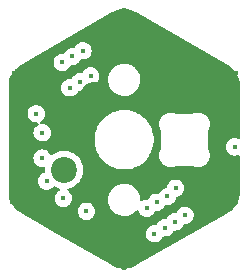
<source format=gbr>
%TF.GenerationSoftware,KiCad,Pcbnew,(6.0.6)*%
%TF.CreationDate,2022-07-10T21:40:21+02:00*%
%TF.ProjectId,GCode_Buttons_Cherry_MX,47436f64-655f-4427-9574-746f6e735f43,rev?*%
%TF.SameCoordinates,Original*%
%TF.FileFunction,Copper,L3,Inr*%
%TF.FilePolarity,Positive*%
%FSLAX46Y46*%
G04 Gerber Fmt 4.6, Leading zero omitted, Abs format (unit mm)*
G04 Created by KiCad (PCBNEW (6.0.6)) date 2022-07-10 21:40:21*
%MOMM*%
%LPD*%
G01*
G04 APERTURE LIST*
%TA.AperFunction,ComponentPad*%
%ADD10C,2.200000*%
%TD*%
%TA.AperFunction,ViaPad*%
%ADD11C,0.450000*%
%TD*%
G04 APERTURE END LIST*
D10*
%TO.N,Net-(JP1-Pad1)*%
%TO.C,SW1*%
X94920000Y-102540000D03*
%TO.N,GND*%
X97460000Y-96190000D03*
%TD*%
D11*
%TO.N,+5V*%
X103650000Y-104800000D03*
X92550000Y-97800000D03*
X96500000Y-92450000D03*
X109350000Y-100600000D03*
%TO.N,GND*%
X90650000Y-94350000D03*
X109450000Y-94350000D03*
X100000000Y-110850000D03*
X109450000Y-105300000D03*
X97400000Y-91950000D03*
X100000000Y-89000000D03*
X90500000Y-105300000D03*
%TO.N,Net-(J1-Pad4)*%
X95600000Y-92950000D03*
X102750000Y-105300000D03*
X94850000Y-104950000D03*
%TO.N,Net-(J1-Pad1)*%
X102550000Y-107950000D03*
X93050000Y-99400000D03*
X95400000Y-95600000D03*
%TO.N,Net-(J1-Pad2)*%
X93050000Y-101550000D03*
X94750000Y-93450000D03*
X101900000Y-105800000D03*
%TO.N,Net-(J1-Pad3)*%
X93450000Y-103500000D03*
X103450000Y-107450000D03*
X96250000Y-95100000D03*
%TO.N,Net-(J1-Pad5)*%
X104300000Y-106950000D03*
X96800000Y-106050000D03*
X97150000Y-94600000D03*
%TO.N,Dout*%
X105150000Y-106400000D03*
X104350000Y-104100000D03*
%TD*%
%TA.AperFunction,Conductor*%
%TO.N,GND*%
G36*
X100109229Y-88929218D02*
G01*
X100251700Y-88938557D01*
X100268040Y-88940708D01*
X100387689Y-88964507D01*
X100507342Y-88988308D01*
X100523256Y-88992572D01*
X100638775Y-89031786D01*
X100754291Y-89070998D01*
X100769518Y-89077305D01*
X100958213Y-89170359D01*
X100977745Y-89182825D01*
X100980725Y-89184595D01*
X100987718Y-89190227D01*
X101017122Y-89202437D01*
X101031789Y-89209678D01*
X108753005Y-93667526D01*
X108769036Y-93678513D01*
X108787719Y-93693561D01*
X108796007Y-93697002D01*
X108796011Y-93697005D01*
X108802892Y-93699862D01*
X108824564Y-93711458D01*
X109005489Y-93832347D01*
X109018552Y-93842370D01*
X109130266Y-93940340D01*
X109201991Y-94003241D01*
X109213646Y-94014896D01*
X109374521Y-94198340D01*
X109384554Y-94211415D01*
X109520101Y-94414274D01*
X109528342Y-94428547D01*
X109636257Y-94647374D01*
X109642564Y-94662601D01*
X109720991Y-94893636D01*
X109725256Y-94909553D01*
X109772856Y-95148853D01*
X109775007Y-95165194D01*
X109788766Y-95375105D01*
X109787731Y-95398357D01*
X109787690Y-95401745D01*
X109786308Y-95410618D01*
X109787472Y-95419520D01*
X109787472Y-95419523D01*
X109790435Y-95442179D01*
X109791499Y-95458516D01*
X109791500Y-97729799D01*
X109791500Y-99799936D01*
X109771498Y-99868057D01*
X109717842Y-99914550D01*
X109647568Y-99924654D01*
X109623233Y-99918635D01*
X109525190Y-99883723D01*
X109525185Y-99883722D01*
X109518555Y-99881361D01*
X109511569Y-99880528D01*
X109511565Y-99880527D01*
X109397071Y-99866875D01*
X109355153Y-99861877D01*
X109348150Y-99862613D01*
X109348149Y-99862613D01*
X109304935Y-99867155D01*
X109191495Y-99879078D01*
X109184827Y-99881348D01*
X109042382Y-99929840D01*
X109042379Y-99929841D01*
X109035715Y-99932110D01*
X108895555Y-100018337D01*
X108844221Y-100068607D01*
X108794654Y-100117147D01*
X108777982Y-100133473D01*
X108688838Y-100271797D01*
X108686427Y-100278420D01*
X108686426Y-100278423D01*
X108634966Y-100419809D01*
X108634965Y-100419814D01*
X108632556Y-100426432D01*
X108611931Y-100589694D01*
X108627989Y-100753468D01*
X108679932Y-100909615D01*
X108683581Y-100915640D01*
X108739147Y-101007389D01*
X108765179Y-101050373D01*
X108770070Y-101055438D01*
X108770071Y-101055439D01*
X108836561Y-101124291D01*
X108879491Y-101168747D01*
X109017189Y-101258854D01*
X109171428Y-101316215D01*
X109178409Y-101317146D01*
X109178411Y-101317147D01*
X109327561Y-101337048D01*
X109327565Y-101337048D01*
X109334542Y-101337979D01*
X109341553Y-101337341D01*
X109341557Y-101337341D01*
X109491403Y-101323704D01*
X109491404Y-101323704D01*
X109498424Y-101323065D01*
X109626566Y-101281429D01*
X109697531Y-101279401D01*
X109758329Y-101316063D01*
X109789654Y-101379776D01*
X109791500Y-101401262D01*
X109791501Y-104374186D01*
X109790000Y-104393574D01*
X109786310Y-104417269D01*
X109787957Y-104429863D01*
X109788440Y-104433560D01*
X109789233Y-104458135D01*
X109783482Y-104545852D01*
X109774998Y-104675252D01*
X109772847Y-104691591D01*
X109725244Y-104930899D01*
X109720978Y-104946818D01*
X109685979Y-105049922D01*
X109654291Y-105143275D01*
X109642553Y-105177853D01*
X109636248Y-105193077D01*
X109612701Y-105240827D01*
X109528334Y-105411913D01*
X109520094Y-105426186D01*
X109384541Y-105629064D01*
X109374509Y-105642138D01*
X109309852Y-105715870D01*
X109217693Y-105820965D01*
X109213644Y-105825582D01*
X109201992Y-105837235D01*
X109018551Y-105998123D01*
X109005485Y-106008150D01*
X108900326Y-106078423D01*
X108830734Y-106124928D01*
X108809273Y-106136078D01*
X108806935Y-106137390D01*
X108798564Y-106140629D01*
X108791440Y-106146086D01*
X108773307Y-106159976D01*
X108759686Y-106169069D01*
X101038499Y-110626898D01*
X101020961Y-110635291D01*
X101006957Y-110640709D01*
X100998580Y-110643950D01*
X100991452Y-110649410D01*
X100985542Y-110653937D01*
X100964654Y-110666914D01*
X100877557Y-110709868D01*
X100769511Y-110763153D01*
X100754293Y-110769457D01*
X100523250Y-110847889D01*
X100507338Y-110852153D01*
X100386745Y-110876141D01*
X100268038Y-110899754D01*
X100251697Y-110901905D01*
X100083931Y-110912902D01*
X100008239Y-110917863D01*
X99991761Y-110917863D01*
X99916069Y-110912902D01*
X99748303Y-110901905D01*
X99731962Y-110899754D01*
X99613273Y-110876144D01*
X99492663Y-110852153D01*
X99476751Y-110847889D01*
X99245705Y-110769456D01*
X99230488Y-110763152D01*
X99041791Y-110670093D01*
X99022289Y-110657644D01*
X99019279Y-110655857D01*
X99012290Y-110650227D01*
X98982877Y-110638012D01*
X98968214Y-110630773D01*
X94307126Y-107939694D01*
X101811931Y-107939694D01*
X101827989Y-108103468D01*
X101879932Y-108259615D01*
X101965179Y-108400373D01*
X102079491Y-108518747D01*
X102217189Y-108608854D01*
X102371428Y-108666215D01*
X102378409Y-108667146D01*
X102378411Y-108667147D01*
X102527561Y-108687048D01*
X102527565Y-108687048D01*
X102534542Y-108687979D01*
X102541553Y-108687341D01*
X102541557Y-108687341D01*
X102691403Y-108673704D01*
X102691404Y-108673704D01*
X102698424Y-108673065D01*
X102727062Y-108663760D01*
X102848230Y-108624390D01*
X102848233Y-108624389D01*
X102854929Y-108622213D01*
X102996279Y-108537951D01*
X103115449Y-108424468D01*
X103131458Y-108400373D01*
X103202614Y-108293275D01*
X103202615Y-108293273D01*
X103206515Y-108287403D01*
X103217998Y-108257174D01*
X103260884Y-108200598D01*
X103327552Y-108176187D01*
X103352444Y-108177025D01*
X103401435Y-108183562D01*
X103427562Y-108187048D01*
X103427565Y-108187048D01*
X103434542Y-108187979D01*
X103441553Y-108187341D01*
X103441557Y-108187341D01*
X103591403Y-108173704D01*
X103591404Y-108173704D01*
X103598424Y-108173065D01*
X103638440Y-108160063D01*
X103748230Y-108124390D01*
X103748233Y-108124389D01*
X103754929Y-108122213D01*
X103896279Y-108037951D01*
X104015449Y-107924468D01*
X104106515Y-107787403D01*
X104115586Y-107763524D01*
X104158472Y-107706947D01*
X104225140Y-107682537D01*
X104250037Y-107683375D01*
X104277561Y-107687048D01*
X104277565Y-107687048D01*
X104284542Y-107687979D01*
X104291553Y-107687341D01*
X104291557Y-107687341D01*
X104441403Y-107673704D01*
X104441404Y-107673704D01*
X104448424Y-107673065D01*
X104471455Y-107665582D01*
X104598230Y-107624390D01*
X104598233Y-107624389D01*
X104604929Y-107622213D01*
X104746279Y-107537951D01*
X104865449Y-107424468D01*
X104899468Y-107373266D01*
X104952614Y-107293275D01*
X104952615Y-107293273D01*
X104956515Y-107287403D01*
X104983662Y-107215937D01*
X105026550Y-107159359D01*
X105093219Y-107134949D01*
X105118113Y-107135787D01*
X105121919Y-107136295D01*
X105127562Y-107137048D01*
X105127565Y-107137048D01*
X105134542Y-107137979D01*
X105141553Y-107137341D01*
X105141557Y-107137341D01*
X105291403Y-107123704D01*
X105291404Y-107123704D01*
X105298424Y-107123065D01*
X105321455Y-107115582D01*
X105448230Y-107074390D01*
X105448233Y-107074389D01*
X105454929Y-107072213D01*
X105596279Y-106987951D01*
X105715449Y-106874468D01*
X105719350Y-106868597D01*
X105802614Y-106743275D01*
X105802615Y-106743273D01*
X105806515Y-106737403D01*
X105864951Y-106583568D01*
X105882133Y-106461310D01*
X105887302Y-106424534D01*
X105887303Y-106424527D01*
X105887853Y-106420610D01*
X105888141Y-106400000D01*
X105869798Y-106236466D01*
X105855127Y-106194335D01*
X105837402Y-106143437D01*
X105815680Y-106081060D01*
X105800613Y-106056947D01*
X105732209Y-105947479D01*
X105728476Y-105941505D01*
X105657279Y-105869809D01*
X105617486Y-105829737D01*
X105617482Y-105829734D01*
X105612522Y-105824739D01*
X105473580Y-105736563D01*
X105415467Y-105715870D01*
X105325189Y-105683723D01*
X105325187Y-105683722D01*
X105318555Y-105681361D01*
X105311569Y-105680528D01*
X105311565Y-105680527D01*
X105197071Y-105666875D01*
X105155153Y-105661877D01*
X105148150Y-105662613D01*
X105148149Y-105662613D01*
X105113879Y-105666215D01*
X104991495Y-105679078D01*
X104984827Y-105681348D01*
X104842382Y-105729840D01*
X104842379Y-105729841D01*
X104835715Y-105732110D01*
X104695555Y-105818337D01*
X104688157Y-105825582D01*
X104624468Y-105887951D01*
X104577982Y-105933473D01*
X104488838Y-106071797D01*
X104486427Y-106078420D01*
X104486426Y-106078423D01*
X104466490Y-106133198D01*
X104424396Y-106190370D01*
X104358075Y-106215708D01*
X104333173Y-106215218D01*
X104305153Y-106211877D01*
X104298150Y-106212613D01*
X104298149Y-106212613D01*
X104273365Y-106215218D01*
X104141495Y-106229078D01*
X104134827Y-106231348D01*
X103992382Y-106279840D01*
X103992379Y-106279841D01*
X103985715Y-106282110D01*
X103845555Y-106368337D01*
X103815992Y-106397287D01*
X103743163Y-106468607D01*
X103727982Y-106483473D01*
X103638838Y-106621797D01*
X103636427Y-106628420D01*
X103636426Y-106628423D01*
X103633930Y-106635281D01*
X103591835Y-106692452D01*
X103525513Y-106717788D01*
X103500616Y-106717298D01*
X103455153Y-106711877D01*
X103448150Y-106712613D01*
X103448149Y-106712613D01*
X103404935Y-106717155D01*
X103291495Y-106729078D01*
X103284827Y-106731348D01*
X103142382Y-106779840D01*
X103142379Y-106779841D01*
X103135715Y-106782110D01*
X103038858Y-106841697D01*
X103007740Y-106860841D01*
X102995555Y-106868337D01*
X102877982Y-106983473D01*
X102788838Y-107121797D01*
X102786427Y-107128420D01*
X102786426Y-107128423D01*
X102781852Y-107140991D01*
X102739758Y-107198163D01*
X102673437Y-107223501D01*
X102648533Y-107223011D01*
X102562147Y-107212711D01*
X102555153Y-107211877D01*
X102548150Y-107212613D01*
X102548149Y-107212613D01*
X102516524Y-107215937D01*
X102391495Y-107229078D01*
X102384827Y-107231348D01*
X102242382Y-107279840D01*
X102242379Y-107279841D01*
X102235715Y-107282110D01*
X102095555Y-107368337D01*
X101977982Y-107483473D01*
X101888838Y-107621797D01*
X101886427Y-107628420D01*
X101886426Y-107628423D01*
X101834966Y-107769809D01*
X101834965Y-107769814D01*
X101832556Y-107776432D01*
X101811931Y-107939694D01*
X94307126Y-107939694D01*
X93075028Y-107228342D01*
X91246992Y-106172925D01*
X91230958Y-106161936D01*
X91219257Y-106152512D01*
X91219253Y-106152510D01*
X91212262Y-106146879D01*
X91197090Y-106140579D01*
X91175408Y-106128979D01*
X91041773Y-106039694D01*
X96061931Y-106039694D01*
X96077989Y-106203468D01*
X96129932Y-106359615D01*
X96133581Y-106365640D01*
X96198125Y-106472213D01*
X96215179Y-106500373D01*
X96220070Y-106505438D01*
X96220071Y-106505439D01*
X96286561Y-106574291D01*
X96329491Y-106618747D01*
X96467189Y-106708854D01*
X96621428Y-106766215D01*
X96628409Y-106767146D01*
X96628411Y-106767147D01*
X96777561Y-106787048D01*
X96777565Y-106787048D01*
X96784542Y-106787979D01*
X96791553Y-106787341D01*
X96791557Y-106787341D01*
X96941403Y-106773704D01*
X96941404Y-106773704D01*
X96948424Y-106773065D01*
X96977062Y-106763760D01*
X97098230Y-106724390D01*
X97098233Y-106724389D01*
X97104929Y-106722213D01*
X97246279Y-106637951D01*
X97365449Y-106524468D01*
X97370313Y-106517147D01*
X97452614Y-106393275D01*
X97452615Y-106393273D01*
X97456515Y-106387403D01*
X97514951Y-106233568D01*
X97528020Y-106140579D01*
X97537302Y-106074534D01*
X97537303Y-106074527D01*
X97537853Y-106070610D01*
X97538141Y-106050000D01*
X97519798Y-105886466D01*
X97517114Y-105878757D01*
X97478752Y-105768597D01*
X97465680Y-105731060D01*
X97437662Y-105686221D01*
X97382209Y-105597479D01*
X97378476Y-105591505D01*
X97313612Y-105526187D01*
X97267486Y-105479737D01*
X97267482Y-105479734D01*
X97262522Y-105474739D01*
X97123580Y-105386563D01*
X97074447Y-105369068D01*
X96975189Y-105333723D01*
X96975187Y-105333722D01*
X96968555Y-105331361D01*
X96961569Y-105330528D01*
X96961565Y-105330527D01*
X96847071Y-105316875D01*
X96805153Y-105311877D01*
X96798150Y-105312613D01*
X96798149Y-105312613D01*
X96754935Y-105317155D01*
X96641495Y-105329078D01*
X96634827Y-105331348D01*
X96492382Y-105379840D01*
X96492379Y-105379841D01*
X96485715Y-105382110D01*
X96345555Y-105468337D01*
X96336962Y-105476752D01*
X96274468Y-105537951D01*
X96227982Y-105583473D01*
X96138838Y-105721797D01*
X96136427Y-105728420D01*
X96136426Y-105728423D01*
X96084966Y-105869809D01*
X96084965Y-105869814D01*
X96082556Y-105876432D01*
X96061931Y-106039694D01*
X91041773Y-106039694D01*
X90994502Y-106008111D01*
X90981425Y-105998077D01*
X90797982Y-105837209D01*
X90786326Y-105825553D01*
X90785613Y-105824739D01*
X90625466Y-105642130D01*
X90615432Y-105629054D01*
X90554151Y-105537341D01*
X90479880Y-105426186D01*
X90471643Y-105411918D01*
X90363735Y-105193093D01*
X90357428Y-105177866D01*
X90345687Y-105143275D01*
X90279010Y-104946833D01*
X90274748Y-104930928D01*
X90227157Y-104691620D01*
X90225007Y-104675287D01*
X90222180Y-104632110D01*
X90211251Y-104465238D01*
X90212261Y-104442597D01*
X90212308Y-104438734D01*
X90213690Y-104429863D01*
X90209562Y-104398280D01*
X90208499Y-104381951D01*
X90208499Y-101539694D01*
X92311931Y-101539694D01*
X92327989Y-101703468D01*
X92379932Y-101859615D01*
X92383581Y-101865640D01*
X92458627Y-101989554D01*
X92465179Y-102000373D01*
X92470070Y-102005438D01*
X92470071Y-102005439D01*
X92499157Y-102035558D01*
X92579491Y-102118747D01*
X92717189Y-102208854D01*
X92871428Y-102266215D01*
X92878409Y-102267146D01*
X92878411Y-102267147D01*
X93027561Y-102287048D01*
X93027565Y-102287048D01*
X93034542Y-102287979D01*
X93179718Y-102274767D01*
X93249369Y-102288514D01*
X93300533Y-102337735D01*
X93316747Y-102410134D01*
X93306526Y-102540000D01*
X93306914Y-102544930D01*
X93316777Y-102670246D01*
X93302181Y-102739726D01*
X93252339Y-102790285D01*
X93231770Y-102799410D01*
X93142384Y-102829839D01*
X93142379Y-102829841D01*
X93135715Y-102832110D01*
X92995555Y-102918337D01*
X92877982Y-103033473D01*
X92788838Y-103171797D01*
X92786427Y-103178420D01*
X92786426Y-103178423D01*
X92734966Y-103319809D01*
X92734965Y-103319814D01*
X92732556Y-103326432D01*
X92711931Y-103489694D01*
X92727989Y-103653468D01*
X92779932Y-103809615D01*
X92783581Y-103815640D01*
X92856757Y-103936466D01*
X92865179Y-103950373D01*
X92870070Y-103955438D01*
X92870071Y-103955439D01*
X92888447Y-103974468D01*
X92979491Y-104068747D01*
X93117189Y-104158854D01*
X93271428Y-104216215D01*
X93278409Y-104217146D01*
X93278411Y-104217147D01*
X93427561Y-104237048D01*
X93427565Y-104237048D01*
X93434542Y-104237979D01*
X93441553Y-104237341D01*
X93441557Y-104237341D01*
X93591403Y-104223704D01*
X93591404Y-104223704D01*
X93598424Y-104223065D01*
X93634873Y-104211222D01*
X93748230Y-104174390D01*
X93748233Y-104174389D01*
X93754929Y-104172213D01*
X93896279Y-104087951D01*
X94010662Y-103979026D01*
X94073786Y-103946535D01*
X94144457Y-103953328D01*
X94163381Y-103962837D01*
X94187498Y-103977616D01*
X94192068Y-103979509D01*
X94192070Y-103979510D01*
X94414166Y-104071505D01*
X94421409Y-104074505D01*
X94440457Y-104079078D01*
X94451303Y-104081682D01*
X94512873Y-104117035D01*
X94545555Y-104180061D01*
X94538974Y-104250752D01*
X94495220Y-104306664D01*
X94487911Y-104311518D01*
X94401562Y-104364640D01*
X94401553Y-104364647D01*
X94395555Y-104368337D01*
X94345587Y-104417269D01*
X94295958Y-104465870D01*
X94277982Y-104483473D01*
X94188838Y-104621797D01*
X94186427Y-104628420D01*
X94186426Y-104628423D01*
X94134966Y-104769809D01*
X94134965Y-104769814D01*
X94132556Y-104776432D01*
X94111931Y-104939694D01*
X94127989Y-105103468D01*
X94179932Y-105259615D01*
X94183581Y-105265640D01*
X94259839Y-105391555D01*
X94265179Y-105400373D01*
X94270070Y-105405438D01*
X94270071Y-105405439D01*
X94329106Y-105466572D01*
X94379491Y-105518747D01*
X94517189Y-105608854D01*
X94671428Y-105666215D01*
X94678409Y-105667146D01*
X94678411Y-105667147D01*
X94827561Y-105687048D01*
X94827565Y-105687048D01*
X94834542Y-105687979D01*
X94841553Y-105687341D01*
X94841557Y-105687341D01*
X94991403Y-105673704D01*
X94991404Y-105673704D01*
X94998424Y-105673065D01*
X95032857Y-105661877D01*
X95148230Y-105624390D01*
X95148233Y-105624389D01*
X95154929Y-105622213D01*
X95296279Y-105537951D01*
X95415449Y-105424468D01*
X95419350Y-105418597D01*
X95502614Y-105293275D01*
X95502615Y-105293273D01*
X95506515Y-105287403D01*
X95564951Y-105133568D01*
X95576709Y-105049904D01*
X95581506Y-105015774D01*
X98638102Y-105015774D01*
X98638302Y-105021103D01*
X98638302Y-105021105D01*
X98640480Y-105079122D01*
X98646751Y-105246158D01*
X98647846Y-105251377D01*
X98663995Y-105328342D01*
X98694093Y-105471791D01*
X98696051Y-105476750D01*
X98696052Y-105476752D01*
X98769906Y-105663760D01*
X98778776Y-105686221D01*
X98781543Y-105690780D01*
X98781544Y-105690783D01*
X98811616Y-105740340D01*
X98898377Y-105883317D01*
X98901874Y-105887347D01*
X99043017Y-106050000D01*
X99049477Y-106057445D01*
X99078278Y-106081060D01*
X99223627Y-106200240D01*
X99223633Y-106200244D01*
X99227755Y-106203624D01*
X99232391Y-106206263D01*
X99232394Y-106206265D01*
X99299300Y-106244350D01*
X99428114Y-106317675D01*
X99644825Y-106396337D01*
X99650074Y-106397286D01*
X99650077Y-106397287D01*
X99867608Y-106436623D01*
X99867615Y-106436624D01*
X99871692Y-106437361D01*
X99889414Y-106438197D01*
X99894356Y-106438430D01*
X99894363Y-106438430D01*
X99895844Y-106438500D01*
X100057890Y-106438500D01*
X100124809Y-106432822D01*
X100224409Y-106424371D01*
X100224413Y-106424370D01*
X100229720Y-106423920D01*
X100234875Y-106422582D01*
X100234881Y-106422581D01*
X100447703Y-106367343D01*
X100447707Y-106367342D01*
X100452872Y-106366001D01*
X100457738Y-106363809D01*
X100457741Y-106363808D01*
X100658202Y-106273507D01*
X100663075Y-106271312D01*
X100854319Y-106142559D01*
X100858177Y-106138879D01*
X100858184Y-106138873D01*
X101003969Y-105999800D01*
X101067065Y-105967252D01*
X101137742Y-105973983D01*
X101193560Y-106017857D01*
X101210499Y-106051197D01*
X101229932Y-106109615D01*
X101233581Y-106115640D01*
X101306757Y-106236466D01*
X101315179Y-106250373D01*
X101429491Y-106368747D01*
X101567189Y-106458854D01*
X101721428Y-106516215D01*
X101728409Y-106517146D01*
X101728411Y-106517147D01*
X101877561Y-106537048D01*
X101877565Y-106537048D01*
X101884542Y-106537979D01*
X101891553Y-106537341D01*
X101891557Y-106537341D01*
X102041403Y-106523704D01*
X102041404Y-106523704D01*
X102048424Y-106523065D01*
X102102671Y-106505439D01*
X102198230Y-106474390D01*
X102198233Y-106474389D01*
X102204929Y-106472213D01*
X102346279Y-106387951D01*
X102465449Y-106274468D01*
X102481458Y-106250373D01*
X102552614Y-106143275D01*
X102552615Y-106143273D01*
X102556515Y-106137403D01*
X102565586Y-106113524D01*
X102608472Y-106056947D01*
X102675140Y-106032537D01*
X102700037Y-106033375D01*
X102727561Y-106037048D01*
X102727565Y-106037048D01*
X102734542Y-106037979D01*
X102741553Y-106037341D01*
X102741557Y-106037341D01*
X102891403Y-106023704D01*
X102891404Y-106023704D01*
X102898424Y-106023065D01*
X102944447Y-106008111D01*
X103048230Y-105974390D01*
X103048233Y-105974389D01*
X103054929Y-105972213D01*
X103196279Y-105887951D01*
X103315449Y-105774468D01*
X103338124Y-105740340D01*
X103402614Y-105643275D01*
X103402615Y-105643273D01*
X103406515Y-105637403D01*
X103417998Y-105607174D01*
X103460884Y-105550598D01*
X103527552Y-105526187D01*
X103552444Y-105527025D01*
X103597946Y-105533096D01*
X103627562Y-105537048D01*
X103627565Y-105537048D01*
X103634542Y-105537979D01*
X103641553Y-105537341D01*
X103641557Y-105537341D01*
X103791403Y-105523704D01*
X103791404Y-105523704D01*
X103798424Y-105523065D01*
X103838440Y-105510063D01*
X103948230Y-105474390D01*
X103948233Y-105474389D01*
X103954929Y-105472213D01*
X104096279Y-105387951D01*
X104215449Y-105274468D01*
X104219350Y-105268597D01*
X104302614Y-105143275D01*
X104302615Y-105143273D01*
X104306515Y-105137403D01*
X104364951Y-104983568D01*
X104369669Y-104950000D01*
X104372173Y-104932183D01*
X104401462Y-104867509D01*
X104461066Y-104828937D01*
X104485525Y-104824239D01*
X104491403Y-104823704D01*
X104498424Y-104823065D01*
X104505126Y-104820887D01*
X104505128Y-104820887D01*
X104648230Y-104774390D01*
X104648233Y-104774389D01*
X104654929Y-104772213D01*
X104796279Y-104687951D01*
X104915449Y-104574468D01*
X104920377Y-104567051D01*
X105002614Y-104443275D01*
X105002615Y-104443273D01*
X105006515Y-104437403D01*
X105064951Y-104283568D01*
X105075026Y-104211877D01*
X105087302Y-104124534D01*
X105087303Y-104124527D01*
X105087853Y-104120610D01*
X105088049Y-104106588D01*
X105088086Y-104103962D01*
X105088086Y-104103956D01*
X105088141Y-104100000D01*
X105069798Y-103936466D01*
X105063998Y-103919809D01*
X105025624Y-103809615D01*
X105015680Y-103781060D01*
X105004216Y-103762713D01*
X104932209Y-103647479D01*
X104928476Y-103641505D01*
X104870499Y-103583122D01*
X104817486Y-103529737D01*
X104817482Y-103529734D01*
X104812522Y-103524739D01*
X104673580Y-103436563D01*
X104624447Y-103419068D01*
X104525189Y-103383723D01*
X104525187Y-103383722D01*
X104518555Y-103381361D01*
X104511569Y-103380528D01*
X104511565Y-103380527D01*
X104397071Y-103366875D01*
X104355153Y-103361877D01*
X104348150Y-103362613D01*
X104348149Y-103362613D01*
X104304935Y-103367155D01*
X104191495Y-103379078D01*
X104184827Y-103381348D01*
X104042382Y-103429840D01*
X104042379Y-103429841D01*
X104035715Y-103432110D01*
X103895555Y-103518337D01*
X103777982Y-103633473D01*
X103688838Y-103771797D01*
X103686427Y-103778420D01*
X103686426Y-103778423D01*
X103634966Y-103919809D01*
X103634965Y-103919814D01*
X103632556Y-103926432D01*
X103627427Y-103967030D01*
X103599047Y-104032103D01*
X103539988Y-104071505D01*
X103515594Y-104076545D01*
X103507551Y-104077391D01*
X103491495Y-104079078D01*
X103484827Y-104081348D01*
X103342382Y-104129840D01*
X103342379Y-104129841D01*
X103335715Y-104132110D01*
X103269417Y-104172897D01*
X103206056Y-104211877D01*
X103195555Y-104218337D01*
X103077982Y-104333473D01*
X102988838Y-104471797D01*
X102986427Y-104478420D01*
X102986426Y-104478423D01*
X102981852Y-104490991D01*
X102939758Y-104548163D01*
X102873437Y-104573501D01*
X102848533Y-104573011D01*
X102762147Y-104562711D01*
X102755153Y-104561877D01*
X102748150Y-104562613D01*
X102748149Y-104562613D01*
X102705925Y-104567051D01*
X102591495Y-104579078D01*
X102584827Y-104581348D01*
X102442382Y-104629840D01*
X102442379Y-104629841D01*
X102435715Y-104632110D01*
X102295555Y-104718337D01*
X102177982Y-104833473D01*
X102088838Y-104971797D01*
X102086427Y-104978420D01*
X102086426Y-104978423D01*
X102083930Y-104985281D01*
X102041835Y-105042452D01*
X101975513Y-105067788D01*
X101950616Y-105067298D01*
X101905153Y-105061877D01*
X101898150Y-105062613D01*
X101898149Y-105062613D01*
X101854935Y-105067155D01*
X101741495Y-105079078D01*
X101734827Y-105081348D01*
X101592382Y-105129840D01*
X101592379Y-105129841D01*
X101585715Y-105132110D01*
X101572640Y-105140154D01*
X101550343Y-105153871D01*
X101481842Y-105172530D01*
X101414128Y-105151192D01*
X101368699Y-105096632D01*
X101358409Y-105051281D01*
X101354459Y-104946062D01*
X101353249Y-104913842D01*
X101343528Y-104867509D01*
X101307002Y-104693428D01*
X101305907Y-104688209D01*
X101285210Y-104635801D01*
X101223185Y-104478744D01*
X101223184Y-104478742D01*
X101221224Y-104473779D01*
X101204252Y-104445809D01*
X101104390Y-104281243D01*
X101101623Y-104276683D01*
X101050993Y-104218337D01*
X100954023Y-104106588D01*
X100954021Y-104106586D01*
X100950523Y-104102555D01*
X100908970Y-104068484D01*
X100776373Y-103959760D01*
X100776367Y-103959756D01*
X100772245Y-103956376D01*
X100767609Y-103953737D01*
X100767606Y-103953735D01*
X100581697Y-103847910D01*
X100571886Y-103842325D01*
X100355175Y-103763663D01*
X100349926Y-103762714D01*
X100349923Y-103762713D01*
X100132392Y-103723377D01*
X100132385Y-103723376D01*
X100128308Y-103722639D01*
X100110586Y-103721803D01*
X100105644Y-103721570D01*
X100105637Y-103721570D01*
X100104156Y-103721500D01*
X99942110Y-103721500D01*
X99875191Y-103727178D01*
X99775591Y-103735629D01*
X99775587Y-103735630D01*
X99770280Y-103736080D01*
X99765125Y-103737418D01*
X99765119Y-103737419D01*
X99552297Y-103792657D01*
X99552293Y-103792658D01*
X99547128Y-103793999D01*
X99542262Y-103796191D01*
X99542259Y-103796192D01*
X99433980Y-103844968D01*
X99336925Y-103888688D01*
X99145681Y-104017441D01*
X98978865Y-104176576D01*
X98841246Y-104361542D01*
X98838830Y-104366293D01*
X98838828Y-104366297D01*
X98796284Y-104449976D01*
X98736760Y-104567051D01*
X98735178Y-104572145D01*
X98735177Y-104572148D01*
X98683542Y-104738441D01*
X98668393Y-104787227D01*
X98667692Y-104792516D01*
X98641498Y-104990154D01*
X98638102Y-105015774D01*
X95581506Y-105015774D01*
X95587302Y-104974534D01*
X95587303Y-104974527D01*
X95587853Y-104970610D01*
X95588141Y-104950000D01*
X95569798Y-104786466D01*
X95563998Y-104769809D01*
X95536759Y-104691591D01*
X95515680Y-104631060D01*
X95484625Y-104581361D01*
X95432209Y-104497479D01*
X95428476Y-104491505D01*
X95363597Y-104426172D01*
X95317486Y-104379737D01*
X95317482Y-104379734D01*
X95312522Y-104374739D01*
X95306573Y-104370964D01*
X95306571Y-104370962D01*
X95249630Y-104334826D01*
X95202831Y-104281437D01*
X95192326Y-104211222D01*
X95221450Y-104146474D01*
X95287730Y-104105922D01*
X95362584Y-104087951D01*
X95418591Y-104074505D01*
X95425834Y-104071505D01*
X95647928Y-103979511D01*
X95647932Y-103979509D01*
X95652502Y-103977616D01*
X95868376Y-103845328D01*
X96060898Y-103680898D01*
X96225328Y-103488376D01*
X96357616Y-103272502D01*
X96399330Y-103171797D01*
X96452611Y-103043164D01*
X96452612Y-103043162D01*
X96454505Y-103038591D01*
X96484262Y-102914645D01*
X96512454Y-102797216D01*
X96512455Y-102797210D01*
X96513609Y-102792403D01*
X96533474Y-102540000D01*
X96513609Y-102287597D01*
X96511018Y-102276802D01*
X96470746Y-102109059D01*
X96454505Y-102041409D01*
X96452611Y-102036836D01*
X96359511Y-101812072D01*
X96359509Y-101812068D01*
X96357616Y-101807498D01*
X96225328Y-101591624D01*
X96060898Y-101399102D01*
X96042542Y-101383424D01*
X95988242Y-101337048D01*
X95868376Y-101234672D01*
X95652502Y-101102384D01*
X95647932Y-101100491D01*
X95647928Y-101100489D01*
X95423164Y-101007389D01*
X95423162Y-101007388D01*
X95418591Y-101005495D01*
X95333968Y-100985179D01*
X95177216Y-100947546D01*
X95177210Y-100947545D01*
X95172403Y-100946391D01*
X94920000Y-100926526D01*
X94667597Y-100946391D01*
X94662790Y-100947545D01*
X94662784Y-100947546D01*
X94506032Y-100985179D01*
X94421409Y-101005495D01*
X94416838Y-101007388D01*
X94416836Y-101007389D01*
X94192072Y-101100489D01*
X94192068Y-101100491D01*
X94187498Y-101102384D01*
X93971624Y-101234672D01*
X93940435Y-101261310D01*
X93915250Y-101282820D01*
X93850460Y-101311851D01*
X93780260Y-101301246D01*
X93726937Y-101254371D01*
X93719788Y-101241451D01*
X93717996Y-101237711D01*
X93715680Y-101231060D01*
X93628476Y-101091505D01*
X93544945Y-101007389D01*
X93517486Y-100979737D01*
X93517482Y-100979734D01*
X93512522Y-100974739D01*
X93373580Y-100886563D01*
X93253030Y-100843637D01*
X93225189Y-100833723D01*
X93225187Y-100833722D01*
X93218555Y-100831361D01*
X93211569Y-100830528D01*
X93211565Y-100830527D01*
X93097071Y-100816875D01*
X93055153Y-100811877D01*
X93048150Y-100812613D01*
X93048149Y-100812613D01*
X93004935Y-100817155D01*
X92891495Y-100829078D01*
X92884827Y-100831348D01*
X92742382Y-100879840D01*
X92742379Y-100879841D01*
X92735715Y-100882110D01*
X92681213Y-100915640D01*
X92608569Y-100960331D01*
X92595555Y-100968337D01*
X92533066Y-101029531D01*
X92511783Y-101050373D01*
X92477982Y-101083473D01*
X92388838Y-101221797D01*
X92386427Y-101228420D01*
X92386426Y-101228423D01*
X92334966Y-101369809D01*
X92334965Y-101369814D01*
X92332556Y-101376432D01*
X92311931Y-101539694D01*
X90208499Y-101539694D01*
X90208499Y-100157821D01*
X97491500Y-100157821D01*
X97531060Y-100470975D01*
X97609557Y-100776702D01*
X97611010Y-100780371D01*
X97611010Y-100780372D01*
X97721146Y-101058542D01*
X97725753Y-101070179D01*
X97727659Y-101073647D01*
X97727660Y-101073648D01*
X97861526Y-101317147D01*
X97877816Y-101346779D01*
X98063346Y-101602140D01*
X98164777Y-101710153D01*
X98260486Y-101812072D01*
X98279418Y-101832233D01*
X98522625Y-102033432D01*
X98789131Y-102202562D01*
X98792710Y-102204246D01*
X98792717Y-102204250D01*
X99071144Y-102335267D01*
X99071148Y-102335269D01*
X99074734Y-102336956D01*
X99374928Y-102434495D01*
X99684980Y-102493641D01*
X99921162Y-102508500D01*
X100078838Y-102508500D01*
X100315020Y-102493641D01*
X100625072Y-102434495D01*
X100925266Y-102336956D01*
X100928852Y-102335269D01*
X100928856Y-102335267D01*
X101207283Y-102204250D01*
X101207290Y-102204246D01*
X101210869Y-102202562D01*
X101477375Y-102033432D01*
X101720582Y-101832233D01*
X101739515Y-101812072D01*
X101835223Y-101710153D01*
X101936654Y-101602140D01*
X102122184Y-101346779D01*
X102138475Y-101317147D01*
X102272340Y-101073648D01*
X102272341Y-101073647D01*
X102274247Y-101070179D01*
X102278855Y-101058542D01*
X102388990Y-100780372D01*
X102388990Y-100780371D01*
X102390443Y-100776702D01*
X102468940Y-100470975D01*
X102508500Y-100157821D01*
X102508500Y-99842179D01*
X102468940Y-99529025D01*
X102390443Y-99223298D01*
X102331761Y-99075084D01*
X102275702Y-98933495D01*
X102275700Y-98933490D01*
X102274247Y-98929821D01*
X102272340Y-98926352D01*
X102138877Y-98683585D01*
X102950962Y-98683585D01*
X102964536Y-98867146D01*
X103011114Y-99045218D01*
X103013545Y-99050412D01*
X103013546Y-99050413D01*
X103023824Y-99072366D01*
X103067399Y-99165440D01*
X103069923Y-99170832D01*
X103073627Y-99179592D01*
X103081961Y-99201584D01*
X103081962Y-99201585D01*
X103080965Y-99201963D01*
X103091501Y-99249133D01*
X103091501Y-100745106D01*
X103090003Y-100764477D01*
X103087665Y-100779504D01*
X103077277Y-100813556D01*
X103011151Y-100954796D01*
X102964575Y-101132861D01*
X102951002Y-101316415D01*
X102951621Y-101322113D01*
X102951621Y-101322115D01*
X102958612Y-101386466D01*
X102970880Y-101499394D01*
X102972522Y-101504893D01*
X102972523Y-101504896D01*
X102982916Y-101539694D01*
X103023553Y-101675752D01*
X103107281Y-101839661D01*
X103219297Y-101985705D01*
X103223557Y-101989552D01*
X103223559Y-101989554D01*
X103286312Y-102046221D01*
X103355899Y-102109059D01*
X103434236Y-102157353D01*
X103507689Y-102202636D01*
X103507693Y-102202638D01*
X103512574Y-102205647D01*
X103517917Y-102207722D01*
X103517921Y-102207724D01*
X103624071Y-102248947D01*
X103684146Y-102272278D01*
X103689778Y-102273352D01*
X103689782Y-102273353D01*
X103859304Y-102305675D01*
X103859308Y-102305675D01*
X103864944Y-102306750D01*
X103870682Y-102306787D01*
X103870686Y-102306787D01*
X103956241Y-102307332D01*
X104048996Y-102307924D01*
X104230219Y-102275760D01*
X104360135Y-102227204D01*
X104369170Y-102224212D01*
X104387074Y-102219026D01*
X104387086Y-102219021D01*
X104391751Y-102217670D01*
X104394463Y-102216405D01*
X104421216Y-102209727D01*
X104422496Y-102209560D01*
X104438810Y-102208499D01*
X105753455Y-102208499D01*
X105772850Y-102210001D01*
X105788012Y-102212363D01*
X105795952Y-102213600D01*
X105820669Y-102220072D01*
X105969770Y-102275799D01*
X105975420Y-102276802D01*
X105975421Y-102276802D01*
X106145348Y-102306960D01*
X106145351Y-102306960D01*
X106151001Y-102307963D01*
X106243030Y-102307377D01*
X106329318Y-102306827D01*
X106329322Y-102306827D01*
X106335060Y-102306790D01*
X106340696Y-102305715D01*
X106340700Y-102305715D01*
X106510230Y-102273391D01*
X106510234Y-102273390D01*
X106515866Y-102272316D01*
X106687444Y-102205683D01*
X106765785Y-102157387D01*
X106839241Y-102112103D01*
X106839245Y-102112100D01*
X106844126Y-102109091D01*
X106848756Y-102104910D01*
X106976477Y-101989575D01*
X106976481Y-101989571D01*
X106980733Y-101985731D01*
X106984221Y-101981183D01*
X106984225Y-101981179D01*
X107039753Y-101908782D01*
X107092753Y-101839681D01*
X107176484Y-101675765D01*
X107229159Y-101499401D01*
X107239647Y-101402858D01*
X107248419Y-101322114D01*
X107248419Y-101322112D01*
X107249038Y-101316414D01*
X107241603Y-101215870D01*
X107235887Y-101138568D01*
X107235886Y-101138564D01*
X107235464Y-101132853D01*
X107202646Y-101007389D01*
X107190337Y-100960331D01*
X107190336Y-100960328D01*
X107188885Y-100954781D01*
X107154862Y-100882110D01*
X107130079Y-100829174D01*
X107126367Y-100820396D01*
X107118039Y-100798418D01*
X107119036Y-100798040D01*
X107108500Y-100750870D01*
X107108500Y-99254888D01*
X107109999Y-99235513D01*
X107112336Y-99220496D01*
X107122724Y-99186447D01*
X107186414Y-99050405D01*
X107188849Y-99045204D01*
X107235426Y-98867139D01*
X107248999Y-98683584D01*
X107246732Y-98662711D01*
X107229741Y-98506313D01*
X107229740Y-98506307D01*
X107229121Y-98500605D01*
X107220191Y-98470704D01*
X107178088Y-98329742D01*
X107176447Y-98324247D01*
X107092719Y-98160338D01*
X106980703Y-98014294D01*
X106844101Y-97890939D01*
X106839220Y-97887930D01*
X106839216Y-97887927D01*
X106730020Y-97820610D01*
X106687425Y-97794351D01*
X106682082Y-97792276D01*
X106682078Y-97792274D01*
X106521206Y-97729799D01*
X106521207Y-97729799D01*
X106515853Y-97727720D01*
X106335054Y-97693249D01*
X106329315Y-97693212D01*
X106329311Y-97693212D01*
X106243712Y-97692667D01*
X106151002Y-97692076D01*
X106145352Y-97693079D01*
X106145349Y-97693079D01*
X105975434Y-97723235D01*
X105975430Y-97723236D01*
X105969779Y-97724239D01*
X105964406Y-97726247D01*
X105964403Y-97726248D01*
X105839860Y-97772797D01*
X105830811Y-97775794D01*
X105808247Y-97782331D01*
X105805510Y-97783608D01*
X105778739Y-97790287D01*
X105777561Y-97790441D01*
X105761254Y-97791501D01*
X104446545Y-97791501D01*
X104427150Y-97789999D01*
X104404048Y-97786400D01*
X104379333Y-97779928D01*
X104340502Y-97765415D01*
X104230230Y-97724201D01*
X104224579Y-97723198D01*
X104054652Y-97693040D01*
X104054649Y-97693040D01*
X104048999Y-97692037D01*
X103956288Y-97692628D01*
X103870683Y-97693173D01*
X103870679Y-97693173D01*
X103864940Y-97693210D01*
X103684134Y-97727683D01*
X103646629Y-97742249D01*
X103517903Y-97792240D01*
X103517899Y-97792242D01*
X103512556Y-97794317D01*
X103507676Y-97797326D01*
X103507671Y-97797328D01*
X103476331Y-97816649D01*
X103355875Y-97890909D01*
X103219267Y-98014268D01*
X103107247Y-98160319D01*
X103104640Y-98165422D01*
X103104639Y-98165424D01*
X103064322Y-98244350D01*
X103023516Y-98324234D01*
X102970841Y-98500599D01*
X102966780Y-98537979D01*
X102953143Y-98663513D01*
X102950962Y-98683585D01*
X102138877Y-98683585D01*
X102124093Y-98656693D01*
X102124091Y-98656690D01*
X102122184Y-98653221D01*
X101936654Y-98397860D01*
X101720582Y-98167767D01*
X101690977Y-98143275D01*
X101480427Y-97969093D01*
X101477375Y-97966568D01*
X101210869Y-97797438D01*
X101207290Y-97795754D01*
X101207283Y-97795750D01*
X100928856Y-97664733D01*
X100928852Y-97664731D01*
X100925266Y-97663044D01*
X100822989Y-97629812D01*
X100628848Y-97566732D01*
X100628850Y-97566732D01*
X100625072Y-97565505D01*
X100315020Y-97506359D01*
X100078838Y-97491500D01*
X99921162Y-97491500D01*
X99684980Y-97506359D01*
X99374928Y-97565505D01*
X99371150Y-97566732D01*
X99371152Y-97566732D01*
X99177012Y-97629812D01*
X99074734Y-97663044D01*
X99071148Y-97664731D01*
X99071144Y-97664733D01*
X98792717Y-97795750D01*
X98792710Y-97795754D01*
X98789131Y-97797438D01*
X98522625Y-97966568D01*
X98519573Y-97969093D01*
X98309024Y-98143275D01*
X98279418Y-98167767D01*
X98063346Y-98397860D01*
X97877816Y-98653221D01*
X97875909Y-98656690D01*
X97875907Y-98656693D01*
X97727660Y-98926352D01*
X97725753Y-98929821D01*
X97724300Y-98933490D01*
X97724298Y-98933495D01*
X97668239Y-99075084D01*
X97609557Y-99223298D01*
X97531060Y-99529025D01*
X97491500Y-99842179D01*
X97491500Y-100157821D01*
X90208499Y-100157821D01*
X90208499Y-97789694D01*
X91811931Y-97789694D01*
X91827989Y-97953468D01*
X91879932Y-98109615D01*
X91965179Y-98250373D01*
X92079491Y-98368747D01*
X92217189Y-98458854D01*
X92371428Y-98516215D01*
X92378409Y-98517146D01*
X92378411Y-98517147D01*
X92527561Y-98537048D01*
X92527565Y-98537048D01*
X92534542Y-98537979D01*
X92541553Y-98537341D01*
X92541557Y-98537341D01*
X92605989Y-98531477D01*
X92675642Y-98545222D01*
X92726806Y-98594444D01*
X92743237Y-98663513D01*
X92719719Y-98730501D01*
X92683430Y-98764276D01*
X92603044Y-98813730D01*
X92595555Y-98818337D01*
X92533066Y-98879531D01*
X92485254Y-98926352D01*
X92477982Y-98933473D01*
X92388838Y-99071797D01*
X92386427Y-99078420D01*
X92386426Y-99078423D01*
X92334966Y-99219809D01*
X92334965Y-99219814D01*
X92332556Y-99226432D01*
X92311931Y-99389694D01*
X92327989Y-99553468D01*
X92379932Y-99709615D01*
X92465179Y-99850373D01*
X92470070Y-99855438D01*
X92470071Y-99855439D01*
X92482256Y-99868057D01*
X92579491Y-99968747D01*
X92717189Y-100058854D01*
X92871428Y-100116215D01*
X92878409Y-100117146D01*
X92878411Y-100117147D01*
X93027561Y-100137048D01*
X93027565Y-100137048D01*
X93034542Y-100137979D01*
X93041553Y-100137341D01*
X93041557Y-100137341D01*
X93191403Y-100123704D01*
X93191404Y-100123704D01*
X93198424Y-100123065D01*
X93227062Y-100113760D01*
X93348230Y-100074390D01*
X93348233Y-100074389D01*
X93354929Y-100072213D01*
X93496279Y-99987951D01*
X93615449Y-99874468D01*
X93619350Y-99868597D01*
X93702614Y-99743275D01*
X93702615Y-99743273D01*
X93706515Y-99737403D01*
X93764951Y-99583568D01*
X93787853Y-99420610D01*
X93788141Y-99400000D01*
X93769798Y-99236466D01*
X93765213Y-99223298D01*
X93717998Y-99087717D01*
X93715680Y-99081060D01*
X93710248Y-99072366D01*
X93632209Y-98947479D01*
X93628476Y-98941505D01*
X93548950Y-98861422D01*
X93517486Y-98829737D01*
X93517482Y-98829734D01*
X93512522Y-98824739D01*
X93373580Y-98736563D01*
X93240859Y-98689303D01*
X93225189Y-98683723D01*
X93225187Y-98683722D01*
X93218555Y-98681361D01*
X93211569Y-98680528D01*
X93211565Y-98680527D01*
X93097071Y-98666875D01*
X93055153Y-98661877D01*
X93048150Y-98662613D01*
X93048149Y-98662613D01*
X92995743Y-98668121D01*
X92925905Y-98655349D01*
X92874058Y-98606847D01*
X92856664Y-98538014D01*
X92879246Y-98470704D01*
X92918055Y-98434582D01*
X92974282Y-98401064D01*
X92996279Y-98387951D01*
X93115449Y-98274468D01*
X93131458Y-98250373D01*
X93202614Y-98143275D01*
X93202615Y-98143273D01*
X93206515Y-98137403D01*
X93264951Y-97983568D01*
X93273507Y-97922689D01*
X93287302Y-97824534D01*
X93287303Y-97824527D01*
X93287853Y-97820610D01*
X93288141Y-97800000D01*
X93269798Y-97636466D01*
X93263998Y-97619809D01*
X93219359Y-97491626D01*
X93215680Y-97481060D01*
X93128476Y-97341505D01*
X93070499Y-97283122D01*
X93017486Y-97229737D01*
X93017482Y-97229734D01*
X93012522Y-97224739D01*
X92873580Y-97136563D01*
X92824447Y-97119068D01*
X92725189Y-97083723D01*
X92725187Y-97083722D01*
X92718555Y-97081361D01*
X92711569Y-97080528D01*
X92711565Y-97080527D01*
X92597071Y-97066875D01*
X92555153Y-97061877D01*
X92548150Y-97062613D01*
X92548149Y-97062613D01*
X92504935Y-97067155D01*
X92391495Y-97079078D01*
X92384827Y-97081348D01*
X92242382Y-97129840D01*
X92242379Y-97129841D01*
X92235715Y-97132110D01*
X92095555Y-97218337D01*
X91977982Y-97333473D01*
X91888838Y-97471797D01*
X91886427Y-97478420D01*
X91886426Y-97478423D01*
X91834966Y-97619809D01*
X91834965Y-97619814D01*
X91832556Y-97626432D01*
X91811931Y-97789694D01*
X90208499Y-97789694D01*
X90208499Y-95589694D01*
X94661931Y-95589694D01*
X94677989Y-95753468D01*
X94729932Y-95909615D01*
X94733581Y-95915640D01*
X94811092Y-96043624D01*
X94815179Y-96050373D01*
X94929491Y-96168747D01*
X95067189Y-96258854D01*
X95221428Y-96316215D01*
X95228409Y-96317146D01*
X95228411Y-96317147D01*
X95377561Y-96337048D01*
X95377565Y-96337048D01*
X95384542Y-96337979D01*
X95391553Y-96337341D01*
X95391557Y-96337341D01*
X95541403Y-96323704D01*
X95541404Y-96323704D01*
X95548424Y-96323065D01*
X95577062Y-96313760D01*
X95698230Y-96274390D01*
X95698233Y-96274389D01*
X95704929Y-96272213D01*
X95846279Y-96187951D01*
X95965449Y-96074468D01*
X95984187Y-96046265D01*
X96052614Y-95943275D01*
X96052615Y-95943273D01*
X96056515Y-95937403D01*
X96065586Y-95913524D01*
X96108472Y-95856947D01*
X96175140Y-95832537D01*
X96200037Y-95833375D01*
X96227561Y-95837048D01*
X96227565Y-95837048D01*
X96234542Y-95837979D01*
X96241553Y-95837341D01*
X96241557Y-95837341D01*
X96391403Y-95823704D01*
X96391404Y-95823704D01*
X96398424Y-95823065D01*
X96421455Y-95815582D01*
X96548230Y-95774390D01*
X96548233Y-95774389D01*
X96554929Y-95772213D01*
X96696279Y-95687951D01*
X96815449Y-95574468D01*
X96819350Y-95568597D01*
X96902614Y-95443275D01*
X96902615Y-95443273D01*
X96906515Y-95437403D01*
X96917998Y-95407174D01*
X96960884Y-95350598D01*
X97027552Y-95326187D01*
X97052444Y-95327025D01*
X97101435Y-95333562D01*
X97127562Y-95337048D01*
X97127565Y-95337048D01*
X97134542Y-95337979D01*
X97141553Y-95337341D01*
X97141557Y-95337341D01*
X97291403Y-95323704D01*
X97291404Y-95323704D01*
X97298424Y-95323065D01*
X97349184Y-95306572D01*
X97448230Y-95274390D01*
X97448233Y-95274389D01*
X97454929Y-95272213D01*
X97596279Y-95187951D01*
X97715449Y-95074468D01*
X97749468Y-95023266D01*
X97802614Y-94943275D01*
X97802615Y-94943273D01*
X97806515Y-94937403D01*
X97837523Y-94855774D01*
X98638102Y-94855774D01*
X98638302Y-94861103D01*
X98638302Y-94861105D01*
X98639062Y-94881348D01*
X98646751Y-95086158D01*
X98694093Y-95311791D01*
X98696051Y-95316750D01*
X98696052Y-95316752D01*
X98751246Y-95456510D01*
X98778776Y-95526221D01*
X98781543Y-95530780D01*
X98781544Y-95530783D01*
X98813048Y-95582700D01*
X98898377Y-95723317D01*
X98901874Y-95727347D01*
X99014335Y-95856947D01*
X99049477Y-95897445D01*
X99090178Y-95930818D01*
X99223627Y-96040240D01*
X99223633Y-96040244D01*
X99227755Y-96043624D01*
X99232391Y-96046263D01*
X99232394Y-96046265D01*
X99271626Y-96068597D01*
X99428114Y-96157675D01*
X99644825Y-96236337D01*
X99650074Y-96237286D01*
X99650077Y-96237287D01*
X99867608Y-96276623D01*
X99867615Y-96276624D01*
X99871692Y-96277361D01*
X99889414Y-96278197D01*
X99894356Y-96278430D01*
X99894363Y-96278430D01*
X99895844Y-96278500D01*
X100057890Y-96278500D01*
X100124809Y-96272822D01*
X100224409Y-96264371D01*
X100224413Y-96264370D01*
X100229720Y-96263920D01*
X100234875Y-96262582D01*
X100234881Y-96262581D01*
X100447703Y-96207343D01*
X100447707Y-96207342D01*
X100452872Y-96206001D01*
X100457738Y-96203809D01*
X100457741Y-96203808D01*
X100658202Y-96113507D01*
X100663075Y-96111312D01*
X100854319Y-95982559D01*
X101021135Y-95823424D01*
X101158754Y-95638458D01*
X101179982Y-95596707D01*
X101251261Y-95456510D01*
X101263240Y-95432949D01*
X101268226Y-95416894D01*
X101330024Y-95217871D01*
X101331607Y-95212773D01*
X101339006Y-95156950D01*
X101361198Y-94989511D01*
X101361198Y-94989506D01*
X101361898Y-94984226D01*
X101359942Y-94932110D01*
X101353923Y-94771797D01*
X101353249Y-94753842D01*
X101305907Y-94528209D01*
X101303948Y-94523248D01*
X101223185Y-94318744D01*
X101223184Y-94318742D01*
X101221224Y-94313779D01*
X101199770Y-94278423D01*
X101128955Y-94161724D01*
X101101623Y-94116683D01*
X101091480Y-94104994D01*
X100954023Y-93946588D01*
X100954021Y-93946586D01*
X100950523Y-93942555D01*
X100875876Y-93881348D01*
X100776373Y-93799760D01*
X100776367Y-93799756D01*
X100772245Y-93796376D01*
X100767609Y-93793737D01*
X100767606Y-93793735D01*
X100576529Y-93684968D01*
X100571886Y-93682325D01*
X100355175Y-93603663D01*
X100349926Y-93602714D01*
X100349923Y-93602713D01*
X100132392Y-93563377D01*
X100132385Y-93563376D01*
X100128308Y-93562639D01*
X100110586Y-93561803D01*
X100105644Y-93561570D01*
X100105637Y-93561570D01*
X100104156Y-93561500D01*
X99942110Y-93561500D01*
X99875191Y-93567178D01*
X99775591Y-93575629D01*
X99775587Y-93575630D01*
X99770280Y-93576080D01*
X99765125Y-93577418D01*
X99765119Y-93577419D01*
X99552297Y-93632657D01*
X99552293Y-93632658D01*
X99547128Y-93633999D01*
X99542262Y-93636191D01*
X99542259Y-93636192D01*
X99439377Y-93682537D01*
X99336925Y-93728688D01*
X99145681Y-93857441D01*
X99141824Y-93861120D01*
X99141822Y-93861122D01*
X99100677Y-93900373D01*
X98978865Y-94016576D01*
X98975682Y-94020854D01*
X98960280Y-94041555D01*
X98841246Y-94201542D01*
X98838830Y-94206293D01*
X98838828Y-94206297D01*
X98803855Y-94275084D01*
X98736760Y-94407051D01*
X98735178Y-94412145D01*
X98735177Y-94412148D01*
X98678070Y-94596062D01*
X98668393Y-94627227D01*
X98667692Y-94632516D01*
X98639868Y-94842452D01*
X98638102Y-94855774D01*
X97837523Y-94855774D01*
X97864951Y-94783568D01*
X97881952Y-94662601D01*
X97887302Y-94624534D01*
X97887303Y-94624527D01*
X97887853Y-94620610D01*
X97888141Y-94600000D01*
X97869798Y-94436466D01*
X97867042Y-94428550D01*
X97817998Y-94287717D01*
X97815680Y-94281060D01*
X97765992Y-94201542D01*
X97732209Y-94147479D01*
X97728476Y-94141505D01*
X97670499Y-94083122D01*
X97617486Y-94029737D01*
X97617482Y-94029734D01*
X97612522Y-94024739D01*
X97473580Y-93936563D01*
X97423126Y-93918597D01*
X97325189Y-93883723D01*
X97325187Y-93883722D01*
X97318555Y-93881361D01*
X97311569Y-93880528D01*
X97311565Y-93880527D01*
X97197071Y-93866875D01*
X97155153Y-93861877D01*
X97148150Y-93862613D01*
X97148149Y-93862613D01*
X97104935Y-93867155D01*
X96991495Y-93879078D01*
X96984827Y-93881348D01*
X96842382Y-93929840D01*
X96842379Y-93929841D01*
X96835715Y-93932110D01*
X96738858Y-93991697D01*
X96704398Y-94012897D01*
X96695555Y-94018337D01*
X96683914Y-94029737D01*
X96593163Y-94118607D01*
X96577982Y-94133473D01*
X96488838Y-94271797D01*
X96486427Y-94278420D01*
X96486426Y-94278423D01*
X96481852Y-94290991D01*
X96439758Y-94348163D01*
X96373437Y-94373501D01*
X96348533Y-94373011D01*
X96262147Y-94362711D01*
X96255153Y-94361877D01*
X96248150Y-94362613D01*
X96248149Y-94362613D01*
X96204935Y-94367155D01*
X96091495Y-94379078D01*
X96084827Y-94381348D01*
X95942382Y-94429840D01*
X95942379Y-94429841D01*
X95935715Y-94432110D01*
X95795555Y-94518337D01*
X95790522Y-94523266D01*
X95708118Y-94603962D01*
X95677982Y-94633473D01*
X95588838Y-94771797D01*
X95586427Y-94778420D01*
X95586426Y-94778423D01*
X95583930Y-94785281D01*
X95541835Y-94842452D01*
X95475513Y-94867788D01*
X95450616Y-94867298D01*
X95405153Y-94861877D01*
X95398150Y-94862613D01*
X95398149Y-94862613D01*
X95354935Y-94867155D01*
X95241495Y-94879078D01*
X95234827Y-94881348D01*
X95092382Y-94929840D01*
X95092379Y-94929841D01*
X95085715Y-94932110D01*
X94945555Y-95018337D01*
X94827982Y-95133473D01*
X94738838Y-95271797D01*
X94736427Y-95278420D01*
X94736426Y-95278423D01*
X94684966Y-95419809D01*
X94684965Y-95419814D01*
X94682556Y-95426432D01*
X94661931Y-95589694D01*
X90208499Y-95589694D01*
X90208499Y-95466263D01*
X90209999Y-95446878D01*
X90212309Y-95432045D01*
X90212309Y-95432041D01*
X90213690Y-95423172D01*
X90211560Y-95406884D01*
X90210766Y-95382306D01*
X90224997Y-95165197D01*
X90227148Y-95148856D01*
X90274749Y-94909554D01*
X90279015Y-94893635D01*
X90357438Y-94662607D01*
X90363745Y-94647379D01*
X90471660Y-94428550D01*
X90479901Y-94414277D01*
X90615448Y-94211418D01*
X90625481Y-94198342D01*
X90718350Y-94092445D01*
X90786360Y-94014895D01*
X90798012Y-94003244D01*
X90798016Y-94003241D01*
X90981444Y-93842380D01*
X90994519Y-93832347D01*
X91043289Y-93799760D01*
X91169478Y-93715444D01*
X91189914Y-93704829D01*
X91193039Y-93703075D01*
X91201410Y-93699837D01*
X91226683Y-93680480D01*
X91240291Y-93671395D01*
X91641609Y-93439694D01*
X94011931Y-93439694D01*
X94027989Y-93603468D01*
X94079932Y-93759615D01*
X94083581Y-93765640D01*
X94153160Y-93880527D01*
X94165179Y-93900373D01*
X94170070Y-93905438D01*
X94170071Y-93905439D01*
X94209808Y-93946588D01*
X94279491Y-94018747D01*
X94417189Y-94108854D01*
X94571428Y-94166215D01*
X94578409Y-94167146D01*
X94578411Y-94167147D01*
X94727561Y-94187048D01*
X94727565Y-94187048D01*
X94734542Y-94187979D01*
X94741553Y-94187341D01*
X94741557Y-94187341D01*
X94891403Y-94173704D01*
X94891404Y-94173704D01*
X94898424Y-94173065D01*
X95002046Y-94139396D01*
X95048230Y-94124390D01*
X95048233Y-94124389D01*
X95054929Y-94122213D01*
X95196279Y-94037951D01*
X95315449Y-93924468D01*
X95331458Y-93900373D01*
X95402614Y-93793275D01*
X95402615Y-93793273D01*
X95406515Y-93787403D01*
X95415586Y-93763524D01*
X95458472Y-93706947D01*
X95525140Y-93682537D01*
X95550037Y-93683375D01*
X95577561Y-93687048D01*
X95577565Y-93687048D01*
X95584542Y-93687979D01*
X95591553Y-93687341D01*
X95591557Y-93687341D01*
X95741403Y-93673704D01*
X95741404Y-93673704D01*
X95748424Y-93673065D01*
X95831364Y-93646116D01*
X95898230Y-93624390D01*
X95898233Y-93624389D01*
X95904929Y-93622213D01*
X96046279Y-93537951D01*
X96165449Y-93424468D01*
X96256515Y-93287403D01*
X96267998Y-93257174D01*
X96310884Y-93200598D01*
X96377552Y-93176187D01*
X96402444Y-93177025D01*
X96451435Y-93183562D01*
X96477562Y-93187048D01*
X96477565Y-93187048D01*
X96484542Y-93187979D01*
X96491553Y-93187341D01*
X96491557Y-93187341D01*
X96641403Y-93173704D01*
X96641404Y-93173704D01*
X96648424Y-93173065D01*
X96688440Y-93160063D01*
X96798230Y-93124390D01*
X96798233Y-93124389D01*
X96804929Y-93122213D01*
X96946279Y-93037951D01*
X97065449Y-92924468D01*
X97099468Y-92873266D01*
X97152614Y-92793275D01*
X97152615Y-92793273D01*
X97156515Y-92787403D01*
X97214951Y-92633568D01*
X97235213Y-92489396D01*
X97237302Y-92474534D01*
X97237303Y-92474527D01*
X97237853Y-92470610D01*
X97238141Y-92450000D01*
X97219798Y-92286466D01*
X97165680Y-92131060D01*
X97078476Y-91991505D01*
X97020499Y-91933122D01*
X96967486Y-91879737D01*
X96967482Y-91879734D01*
X96962522Y-91874739D01*
X96823580Y-91786563D01*
X96774447Y-91769068D01*
X96675189Y-91733723D01*
X96675187Y-91733722D01*
X96668555Y-91731361D01*
X96661569Y-91730528D01*
X96661565Y-91730527D01*
X96547071Y-91716875D01*
X96505153Y-91711877D01*
X96498150Y-91712613D01*
X96498149Y-91712613D01*
X96454935Y-91717155D01*
X96341495Y-91729078D01*
X96334827Y-91731348D01*
X96192382Y-91779840D01*
X96192379Y-91779841D01*
X96185715Y-91782110D01*
X96045555Y-91868337D01*
X95927982Y-91983473D01*
X95838838Y-92121797D01*
X95836427Y-92128420D01*
X95836426Y-92128423D01*
X95831852Y-92140991D01*
X95789758Y-92198163D01*
X95723437Y-92223501D01*
X95698533Y-92223011D01*
X95612147Y-92212711D01*
X95605153Y-92211877D01*
X95598150Y-92212613D01*
X95598149Y-92212613D01*
X95554935Y-92217155D01*
X95441495Y-92229078D01*
X95434827Y-92231348D01*
X95292382Y-92279840D01*
X95292379Y-92279841D01*
X95285715Y-92282110D01*
X95145555Y-92368337D01*
X95140522Y-92373266D01*
X95058118Y-92453962D01*
X95027982Y-92483473D01*
X94938838Y-92621797D01*
X94936427Y-92628420D01*
X94936426Y-92628423D01*
X94933930Y-92635281D01*
X94891835Y-92692452D01*
X94825513Y-92717788D01*
X94800616Y-92717298D01*
X94755153Y-92711877D01*
X94748150Y-92712613D01*
X94748149Y-92712613D01*
X94704935Y-92717155D01*
X94591495Y-92729078D01*
X94584827Y-92731348D01*
X94442382Y-92779840D01*
X94442379Y-92779841D01*
X94435715Y-92782110D01*
X94295555Y-92868337D01*
X94177982Y-92983473D01*
X94088838Y-93121797D01*
X94086427Y-93128420D01*
X94086426Y-93128423D01*
X94034966Y-93269809D01*
X94034965Y-93269814D01*
X94032556Y-93276432D01*
X94011931Y-93439694D01*
X91641609Y-93439694D01*
X98961498Y-89213552D01*
X98979027Y-89205163D01*
X99001411Y-89196503D01*
X99014456Y-89186511D01*
X99035330Y-89173544D01*
X99230483Y-89077304D01*
X99245711Y-89070997D01*
X99366193Y-89030099D01*
X99476743Y-88992572D01*
X99492657Y-88988308D01*
X99612310Y-88964507D01*
X99731959Y-88940708D01*
X99748299Y-88938557D01*
X99890997Y-88929204D01*
X99991761Y-88922599D01*
X100008239Y-88922599D01*
X100109229Y-88929218D01*
G37*
%TD.AperFunction*%
%TD*%
M02*

</source>
